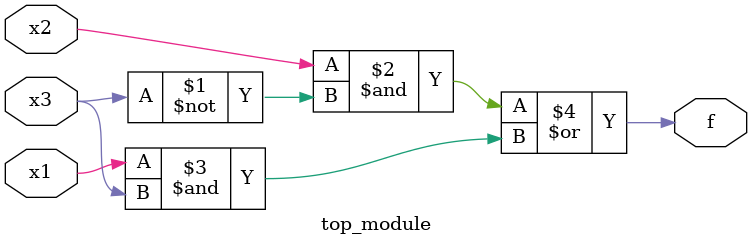
<source format=v>
module top_module( 
    input x3,
    input x2,
    input x1,  // three inputs
    output f   // one output
);
    assign f = (x2&~x3)|(x1&x3);

endmodule
</source>
